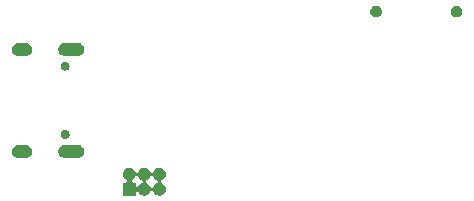
<source format=gbr>
G04 #@! TF.GenerationSoftware,KiCad,Pcbnew,(5.1.5)-3*
G04 #@! TF.CreationDate,2020-05-21T21:25:24+08:00*
G04 #@! TF.ProjectId,AdvancedSTLink,41647661-6e63-4656-9453-544c696e6b2e,rev?*
G04 #@! TF.SameCoordinates,Original*
G04 #@! TF.FileFunction,Soldermask,Bot*
G04 #@! TF.FilePolarity,Negative*
%FSLAX46Y46*%
G04 Gerber Fmt 4.6, Leading zero omitted, Abs format (unit mm)*
G04 Created by KiCad (PCBNEW (5.1.5)-3) date 2020-05-21 21:25:24*
%MOMM*%
%LPD*%
G04 APERTURE LIST*
%ADD10C,0.100000*%
G04 APERTURE END LIST*
D10*
G36*
X163152521Y-112652574D02*
G01*
X163252795Y-112694109D01*
X163252796Y-112694110D01*
X163343042Y-112754410D01*
X163419790Y-112831158D01*
X163419791Y-112831160D01*
X163480091Y-112921405D01*
X163511316Y-112996789D01*
X163522867Y-113018400D01*
X163538412Y-113037341D01*
X163557354Y-113052887D01*
X163578965Y-113064438D01*
X163602414Y-113071551D01*
X163626800Y-113073953D01*
X163651186Y-113071551D01*
X163674635Y-113064438D01*
X163696246Y-113052887D01*
X163715187Y-113037342D01*
X163730733Y-113018400D01*
X163742284Y-112996789D01*
X163773509Y-112921405D01*
X163833809Y-112831160D01*
X163833810Y-112831158D01*
X163910558Y-112754410D01*
X164000804Y-112694110D01*
X164000805Y-112694109D01*
X164101079Y-112652574D01*
X164207530Y-112631400D01*
X164316070Y-112631400D01*
X164422521Y-112652574D01*
X164522795Y-112694109D01*
X164522796Y-112694110D01*
X164613042Y-112754410D01*
X164689790Y-112831158D01*
X164689791Y-112831160D01*
X164750091Y-112921405D01*
X164781316Y-112996789D01*
X164792867Y-113018400D01*
X164808412Y-113037341D01*
X164827354Y-113052887D01*
X164848965Y-113064438D01*
X164872414Y-113071551D01*
X164896800Y-113073953D01*
X164921186Y-113071551D01*
X164944635Y-113064438D01*
X164966246Y-113052887D01*
X164985187Y-113037342D01*
X165000733Y-113018400D01*
X165012284Y-112996789D01*
X165043509Y-112921405D01*
X165103809Y-112831160D01*
X165103810Y-112831158D01*
X165180558Y-112754410D01*
X165270804Y-112694110D01*
X165270805Y-112694109D01*
X165371079Y-112652574D01*
X165477530Y-112631400D01*
X165586070Y-112631400D01*
X165692521Y-112652574D01*
X165792795Y-112694109D01*
X165792796Y-112694110D01*
X165883042Y-112754410D01*
X165959790Y-112831158D01*
X165959791Y-112831160D01*
X166020091Y-112921405D01*
X166061626Y-113021679D01*
X166082800Y-113128130D01*
X166082800Y-113236670D01*
X166061626Y-113343121D01*
X166020091Y-113443395D01*
X166020090Y-113443396D01*
X165959790Y-113533642D01*
X165883042Y-113610390D01*
X165837612Y-113640745D01*
X165792795Y-113670691D01*
X165717411Y-113701916D01*
X165695800Y-113713467D01*
X165676859Y-113729012D01*
X165661313Y-113747954D01*
X165649762Y-113769565D01*
X165642649Y-113793014D01*
X165640247Y-113817400D01*
X165642649Y-113841786D01*
X165649762Y-113865235D01*
X165661313Y-113886846D01*
X165676858Y-113905787D01*
X165695800Y-113921333D01*
X165717411Y-113932884D01*
X165792795Y-113964109D01*
X165792796Y-113964110D01*
X165883042Y-114024410D01*
X165959790Y-114101158D01*
X165959791Y-114101160D01*
X166020091Y-114191405D01*
X166061626Y-114291679D01*
X166082800Y-114398130D01*
X166082800Y-114506670D01*
X166061626Y-114613121D01*
X166020091Y-114713395D01*
X166020090Y-114713396D01*
X165959790Y-114803642D01*
X165883042Y-114880390D01*
X165837612Y-114910745D01*
X165792795Y-114940691D01*
X165692521Y-114982226D01*
X165586070Y-115003400D01*
X165477530Y-115003400D01*
X165371079Y-114982226D01*
X165270805Y-114940691D01*
X165225988Y-114910745D01*
X165180558Y-114880390D01*
X165103810Y-114803642D01*
X165043510Y-114713396D01*
X165043509Y-114713395D01*
X165012284Y-114638011D01*
X165000733Y-114616400D01*
X164985188Y-114597459D01*
X164966246Y-114581913D01*
X164944635Y-114570362D01*
X164921186Y-114563249D01*
X164896800Y-114560847D01*
X164872414Y-114563249D01*
X164848965Y-114570362D01*
X164827354Y-114581913D01*
X164808413Y-114597458D01*
X164792867Y-114616400D01*
X164781316Y-114638011D01*
X164750091Y-114713395D01*
X164750090Y-114713396D01*
X164689790Y-114803642D01*
X164613042Y-114880390D01*
X164567612Y-114910745D01*
X164522795Y-114940691D01*
X164422521Y-114982226D01*
X164316070Y-115003400D01*
X164207530Y-115003400D01*
X164101079Y-114982226D01*
X164000805Y-114940691D01*
X163955988Y-114910745D01*
X163910558Y-114880390D01*
X163833810Y-114803642D01*
X163812812Y-114772216D01*
X163771732Y-114710736D01*
X163756186Y-114691794D01*
X163737244Y-114676249D01*
X163715633Y-114664698D01*
X163692185Y-114657585D01*
X163667798Y-114655183D01*
X163643412Y-114657585D01*
X163619963Y-114664698D01*
X163598353Y-114676249D01*
X163579411Y-114691795D01*
X163563866Y-114710737D01*
X163552315Y-114732348D01*
X163545202Y-114755796D01*
X163542800Y-114780182D01*
X163542800Y-115003400D01*
X162440800Y-115003400D01*
X162440800Y-113901400D01*
X162664018Y-113901400D01*
X162688404Y-113898998D01*
X162711853Y-113891885D01*
X162733464Y-113880334D01*
X162752406Y-113864789D01*
X162767951Y-113845847D01*
X162779502Y-113824236D01*
X162786615Y-113800787D01*
X162789016Y-113776402D01*
X163194583Y-113776402D01*
X163196985Y-113800788D01*
X163204098Y-113824237D01*
X163215649Y-113845847D01*
X163231195Y-113864789D01*
X163250137Y-113880334D01*
X163271748Y-113891885D01*
X163295196Y-113898998D01*
X163319582Y-113901400D01*
X163542800Y-113901400D01*
X163542800Y-114124618D01*
X163545202Y-114149004D01*
X163552315Y-114172453D01*
X163563866Y-114194064D01*
X163579411Y-114213006D01*
X163598353Y-114228551D01*
X163619964Y-114240102D01*
X163643413Y-114247215D01*
X163667799Y-114249617D01*
X163692185Y-114247215D01*
X163715634Y-114240102D01*
X163737245Y-114228551D01*
X163756187Y-114213006D01*
X163771732Y-114194064D01*
X163833809Y-114101160D01*
X163833810Y-114101158D01*
X163910558Y-114024410D01*
X164000804Y-113964110D01*
X164000805Y-113964109D01*
X164076189Y-113932884D01*
X164097800Y-113921333D01*
X164116741Y-113905788D01*
X164132287Y-113886846D01*
X164143838Y-113865235D01*
X164150951Y-113841786D01*
X164153353Y-113817400D01*
X164370247Y-113817400D01*
X164372649Y-113841786D01*
X164379762Y-113865235D01*
X164391313Y-113886846D01*
X164406858Y-113905787D01*
X164425800Y-113921333D01*
X164447411Y-113932884D01*
X164522795Y-113964109D01*
X164522796Y-113964110D01*
X164613042Y-114024410D01*
X164689790Y-114101158D01*
X164689791Y-114101160D01*
X164750091Y-114191405D01*
X164781316Y-114266789D01*
X164792867Y-114288400D01*
X164808412Y-114307341D01*
X164827354Y-114322887D01*
X164848965Y-114334438D01*
X164872414Y-114341551D01*
X164896800Y-114343953D01*
X164921186Y-114341551D01*
X164944635Y-114334438D01*
X164966246Y-114322887D01*
X164985187Y-114307342D01*
X165000733Y-114288400D01*
X165012284Y-114266789D01*
X165043509Y-114191405D01*
X165103809Y-114101160D01*
X165103810Y-114101158D01*
X165180558Y-114024410D01*
X165270804Y-113964110D01*
X165270805Y-113964109D01*
X165346189Y-113932884D01*
X165367800Y-113921333D01*
X165386741Y-113905788D01*
X165402287Y-113886846D01*
X165413838Y-113865235D01*
X165420951Y-113841786D01*
X165423353Y-113817400D01*
X165420951Y-113793014D01*
X165413838Y-113769565D01*
X165402287Y-113747954D01*
X165386742Y-113729013D01*
X165367800Y-113713467D01*
X165346189Y-113701916D01*
X165270805Y-113670691D01*
X165225988Y-113640745D01*
X165180558Y-113610390D01*
X165103810Y-113533642D01*
X165043510Y-113443396D01*
X165043509Y-113443395D01*
X165012284Y-113368011D01*
X165000733Y-113346400D01*
X164985188Y-113327459D01*
X164966246Y-113311913D01*
X164944635Y-113300362D01*
X164921186Y-113293249D01*
X164896800Y-113290847D01*
X164872414Y-113293249D01*
X164848965Y-113300362D01*
X164827354Y-113311913D01*
X164808413Y-113327458D01*
X164792867Y-113346400D01*
X164781316Y-113368011D01*
X164750091Y-113443395D01*
X164750090Y-113443396D01*
X164689790Y-113533642D01*
X164613042Y-113610390D01*
X164567612Y-113640745D01*
X164522795Y-113670691D01*
X164447411Y-113701916D01*
X164425800Y-113713467D01*
X164406859Y-113729012D01*
X164391313Y-113747954D01*
X164379762Y-113769565D01*
X164372649Y-113793014D01*
X164370247Y-113817400D01*
X164153353Y-113817400D01*
X164150951Y-113793014D01*
X164143838Y-113769565D01*
X164132287Y-113747954D01*
X164116742Y-113729013D01*
X164097800Y-113713467D01*
X164076189Y-113701916D01*
X164000805Y-113670691D01*
X163955988Y-113640745D01*
X163910558Y-113610390D01*
X163833810Y-113533642D01*
X163773510Y-113443396D01*
X163773509Y-113443395D01*
X163742284Y-113368011D01*
X163730733Y-113346400D01*
X163715188Y-113327459D01*
X163696246Y-113311913D01*
X163674635Y-113300362D01*
X163651186Y-113293249D01*
X163626800Y-113290847D01*
X163602414Y-113293249D01*
X163578965Y-113300362D01*
X163557354Y-113311913D01*
X163538413Y-113327458D01*
X163522867Y-113346400D01*
X163511316Y-113368011D01*
X163480091Y-113443395D01*
X163480090Y-113443396D01*
X163419790Y-113533642D01*
X163343042Y-113610390D01*
X163311616Y-113631388D01*
X163250136Y-113672468D01*
X163231194Y-113688014D01*
X163215649Y-113706956D01*
X163204098Y-113728567D01*
X163196985Y-113752015D01*
X163194583Y-113776402D01*
X162789016Y-113776402D01*
X162789017Y-113776401D01*
X162786615Y-113752015D01*
X162779502Y-113728566D01*
X162767951Y-113706955D01*
X162752406Y-113688013D01*
X162733464Y-113672468D01*
X162671984Y-113631388D01*
X162640558Y-113610390D01*
X162563810Y-113533642D01*
X162503510Y-113443396D01*
X162503509Y-113443395D01*
X162461974Y-113343121D01*
X162440800Y-113236670D01*
X162440800Y-113128130D01*
X162461974Y-113021679D01*
X162503509Y-112921405D01*
X162563809Y-112831160D01*
X162563810Y-112831158D01*
X162640558Y-112754410D01*
X162730804Y-112694110D01*
X162730805Y-112694109D01*
X162831079Y-112652574D01*
X162937530Y-112631400D01*
X163046070Y-112631400D01*
X163152521Y-112652574D01*
G37*
G36*
X154313255Y-110700813D02*
G01*
X154417119Y-110732319D01*
X154444295Y-110746845D01*
X154512840Y-110783483D01*
X154596741Y-110852339D01*
X154665597Y-110936240D01*
X154702235Y-111004785D01*
X154716761Y-111031961D01*
X154748267Y-111135825D01*
X154758906Y-111243840D01*
X154748267Y-111351855D01*
X154716761Y-111455719D01*
X154716759Y-111455722D01*
X154665597Y-111551440D01*
X154596741Y-111635341D01*
X154512840Y-111704197D01*
X154444295Y-111740835D01*
X154417119Y-111755361D01*
X154313255Y-111786867D01*
X154232307Y-111794840D01*
X153578173Y-111794840D01*
X153497225Y-111786867D01*
X153393361Y-111755361D01*
X153366185Y-111740835D01*
X153297640Y-111704197D01*
X153213739Y-111635341D01*
X153144883Y-111551440D01*
X153093721Y-111455722D01*
X153093719Y-111455719D01*
X153062213Y-111351855D01*
X153051574Y-111243840D01*
X153062213Y-111135825D01*
X153093719Y-111031961D01*
X153108245Y-111004785D01*
X153144883Y-110936240D01*
X153213739Y-110852339D01*
X153297640Y-110783483D01*
X153366185Y-110746845D01*
X153393361Y-110732319D01*
X153497225Y-110700813D01*
X153578173Y-110692840D01*
X154232307Y-110692840D01*
X154313255Y-110700813D01*
G37*
G36*
X158743255Y-110700813D02*
G01*
X158847119Y-110732319D01*
X158874295Y-110746845D01*
X158942840Y-110783483D01*
X159026741Y-110852339D01*
X159095597Y-110936240D01*
X159132235Y-111004785D01*
X159146761Y-111031961D01*
X159178267Y-111135825D01*
X159188906Y-111243840D01*
X159178267Y-111351855D01*
X159146761Y-111455719D01*
X159146759Y-111455722D01*
X159095597Y-111551440D01*
X159026741Y-111635341D01*
X158942840Y-111704197D01*
X158874295Y-111740835D01*
X158847119Y-111755361D01*
X158743255Y-111786867D01*
X158662307Y-111794840D01*
X157508173Y-111794840D01*
X157427225Y-111786867D01*
X157323361Y-111755361D01*
X157296185Y-111740835D01*
X157227640Y-111704197D01*
X157143739Y-111635341D01*
X157074883Y-111551440D01*
X157023721Y-111455722D01*
X157023719Y-111455719D01*
X156992213Y-111351855D01*
X156981574Y-111243840D01*
X156992213Y-111135825D01*
X157023719Y-111031961D01*
X157038245Y-111004785D01*
X157074883Y-110936240D01*
X157143739Y-110852339D01*
X157227640Y-110783483D01*
X157296185Y-110746845D01*
X157323361Y-110732319D01*
X157427225Y-110700813D01*
X157508173Y-110692840D01*
X158662307Y-110692840D01*
X158743255Y-110700813D01*
G37*
G36*
X157664912Y-109452289D02*
G01*
X157664914Y-109452290D01*
X157664915Y-109452290D01*
X157733343Y-109480633D01*
X157794926Y-109521782D01*
X157847298Y-109574154D01*
X157888447Y-109635737D01*
X157916790Y-109704165D01*
X157931240Y-109776807D01*
X157931240Y-109850873D01*
X157916790Y-109923515D01*
X157888447Y-109991943D01*
X157847298Y-110053526D01*
X157794926Y-110105898D01*
X157733343Y-110147047D01*
X157664915Y-110175390D01*
X157664914Y-110175390D01*
X157664912Y-110175391D01*
X157592274Y-110189840D01*
X157518206Y-110189840D01*
X157445568Y-110175391D01*
X157445566Y-110175390D01*
X157445565Y-110175390D01*
X157377137Y-110147047D01*
X157315554Y-110105898D01*
X157263182Y-110053526D01*
X157222033Y-109991943D01*
X157193690Y-109923515D01*
X157179240Y-109850873D01*
X157179240Y-109776807D01*
X157193690Y-109704165D01*
X157222033Y-109635737D01*
X157263182Y-109574154D01*
X157315554Y-109521782D01*
X157377137Y-109480633D01*
X157445565Y-109452290D01*
X157445566Y-109452290D01*
X157445568Y-109452289D01*
X157518206Y-109437840D01*
X157592274Y-109437840D01*
X157664912Y-109452289D01*
G37*
G36*
X157664912Y-103672289D02*
G01*
X157664914Y-103672290D01*
X157664915Y-103672290D01*
X157733343Y-103700633D01*
X157794926Y-103741782D01*
X157847298Y-103794154D01*
X157888447Y-103855737D01*
X157916790Y-103924165D01*
X157931240Y-103996807D01*
X157931240Y-104070873D01*
X157916790Y-104143515D01*
X157888447Y-104211943D01*
X157847298Y-104273526D01*
X157794926Y-104325898D01*
X157733343Y-104367047D01*
X157664915Y-104395390D01*
X157664914Y-104395390D01*
X157664912Y-104395391D01*
X157592274Y-104409840D01*
X157518206Y-104409840D01*
X157445568Y-104395391D01*
X157445566Y-104395390D01*
X157445565Y-104395390D01*
X157377137Y-104367047D01*
X157315554Y-104325898D01*
X157263182Y-104273526D01*
X157222033Y-104211943D01*
X157193690Y-104143515D01*
X157179240Y-104070873D01*
X157179240Y-103996807D01*
X157193690Y-103924165D01*
X157222033Y-103855737D01*
X157263182Y-103794154D01*
X157315554Y-103741782D01*
X157377137Y-103700633D01*
X157445565Y-103672290D01*
X157445566Y-103672290D01*
X157445568Y-103672289D01*
X157518206Y-103657840D01*
X157592274Y-103657840D01*
X157664912Y-103672289D01*
G37*
G36*
X154313255Y-102060813D02*
G01*
X154417119Y-102092319D01*
X154444295Y-102106845D01*
X154512840Y-102143483D01*
X154596741Y-102212339D01*
X154665597Y-102296240D01*
X154702235Y-102364785D01*
X154716761Y-102391961D01*
X154748267Y-102495825D01*
X154758906Y-102603840D01*
X154748267Y-102711855D01*
X154716761Y-102815719D01*
X154716759Y-102815722D01*
X154665597Y-102911440D01*
X154596741Y-102995341D01*
X154512840Y-103064197D01*
X154444295Y-103100835D01*
X154417119Y-103115361D01*
X154313255Y-103146867D01*
X154232307Y-103154840D01*
X153578173Y-103154840D01*
X153497225Y-103146867D01*
X153393361Y-103115361D01*
X153366185Y-103100835D01*
X153297640Y-103064197D01*
X153213739Y-102995341D01*
X153144883Y-102911440D01*
X153093721Y-102815722D01*
X153093719Y-102815719D01*
X153062213Y-102711855D01*
X153051574Y-102603840D01*
X153062213Y-102495825D01*
X153093719Y-102391961D01*
X153108245Y-102364785D01*
X153144883Y-102296240D01*
X153213739Y-102212339D01*
X153297640Y-102143483D01*
X153366185Y-102106845D01*
X153393361Y-102092319D01*
X153497225Y-102060813D01*
X153578173Y-102052840D01*
X154232307Y-102052840D01*
X154313255Y-102060813D01*
G37*
G36*
X158743255Y-102060813D02*
G01*
X158847119Y-102092319D01*
X158874295Y-102106845D01*
X158942840Y-102143483D01*
X159026741Y-102212339D01*
X159095597Y-102296240D01*
X159132235Y-102364785D01*
X159146761Y-102391961D01*
X159178267Y-102495825D01*
X159188906Y-102603840D01*
X159178267Y-102711855D01*
X159146761Y-102815719D01*
X159146759Y-102815722D01*
X159095597Y-102911440D01*
X159026741Y-102995341D01*
X158942840Y-103064197D01*
X158874295Y-103100835D01*
X158847119Y-103115361D01*
X158743255Y-103146867D01*
X158662307Y-103154840D01*
X157508173Y-103154840D01*
X157427225Y-103146867D01*
X157323361Y-103115361D01*
X157296185Y-103100835D01*
X157227640Y-103064197D01*
X157143739Y-102995341D01*
X157074883Y-102911440D01*
X157023721Y-102815722D01*
X157023719Y-102815719D01*
X156992213Y-102711855D01*
X156981574Y-102603840D01*
X156992213Y-102495825D01*
X157023719Y-102391961D01*
X157038245Y-102364785D01*
X157074883Y-102296240D01*
X157143739Y-102212339D01*
X157227640Y-102143483D01*
X157296185Y-102106845D01*
X157323361Y-102092319D01*
X157427225Y-102060813D01*
X157508173Y-102052840D01*
X158662307Y-102052840D01*
X158743255Y-102060813D01*
G37*
G36*
X183987180Y-98924227D02*
G01*
X184035576Y-98933853D01*
X184073342Y-98949496D01*
X184126751Y-98971619D01*
X184126752Y-98971620D01*
X184208809Y-99026448D01*
X184278592Y-99096231D01*
X184278593Y-99096233D01*
X184333421Y-99178289D01*
X184371187Y-99269465D01*
X184390440Y-99366255D01*
X184390440Y-99464945D01*
X184371187Y-99561735D01*
X184333421Y-99652911D01*
X184333420Y-99652912D01*
X184278592Y-99734969D01*
X184208809Y-99804752D01*
X184167502Y-99832352D01*
X184126751Y-99859581D01*
X184073342Y-99881704D01*
X184035576Y-99897347D01*
X183987180Y-99906973D01*
X183938785Y-99916600D01*
X183840095Y-99916600D01*
X183791700Y-99906973D01*
X183743304Y-99897347D01*
X183705538Y-99881704D01*
X183652129Y-99859581D01*
X183611378Y-99832352D01*
X183570071Y-99804752D01*
X183500288Y-99734969D01*
X183445460Y-99652912D01*
X183445459Y-99652911D01*
X183407693Y-99561735D01*
X183388440Y-99464945D01*
X183388440Y-99366255D01*
X183407693Y-99269465D01*
X183445459Y-99178289D01*
X183500287Y-99096233D01*
X183500288Y-99096231D01*
X183570071Y-99026448D01*
X183652128Y-98971620D01*
X183652129Y-98971619D01*
X183705538Y-98949496D01*
X183743304Y-98933853D01*
X183791700Y-98924227D01*
X183840095Y-98914600D01*
X183938785Y-98914600D01*
X183987180Y-98924227D01*
G37*
G36*
X190787180Y-98924227D02*
G01*
X190835576Y-98933853D01*
X190873342Y-98949496D01*
X190926751Y-98971619D01*
X190926752Y-98971620D01*
X191008809Y-99026448D01*
X191078592Y-99096231D01*
X191078593Y-99096233D01*
X191133421Y-99178289D01*
X191171187Y-99269465D01*
X191190440Y-99366255D01*
X191190440Y-99464945D01*
X191171187Y-99561735D01*
X191133421Y-99652911D01*
X191133420Y-99652912D01*
X191078592Y-99734969D01*
X191008809Y-99804752D01*
X190967502Y-99832352D01*
X190926751Y-99859581D01*
X190873342Y-99881704D01*
X190835576Y-99897347D01*
X190787180Y-99906973D01*
X190738785Y-99916600D01*
X190640095Y-99916600D01*
X190591700Y-99906973D01*
X190543304Y-99897347D01*
X190505538Y-99881704D01*
X190452129Y-99859581D01*
X190411378Y-99832352D01*
X190370071Y-99804752D01*
X190300288Y-99734969D01*
X190245460Y-99652912D01*
X190245459Y-99652911D01*
X190207693Y-99561735D01*
X190188440Y-99464945D01*
X190188440Y-99366255D01*
X190207693Y-99269465D01*
X190245459Y-99178289D01*
X190300287Y-99096233D01*
X190300288Y-99096231D01*
X190370071Y-99026448D01*
X190452128Y-98971620D01*
X190452129Y-98971619D01*
X190505538Y-98949496D01*
X190543304Y-98933853D01*
X190591700Y-98924227D01*
X190640095Y-98914600D01*
X190738785Y-98914600D01*
X190787180Y-98924227D01*
G37*
M02*

</source>
